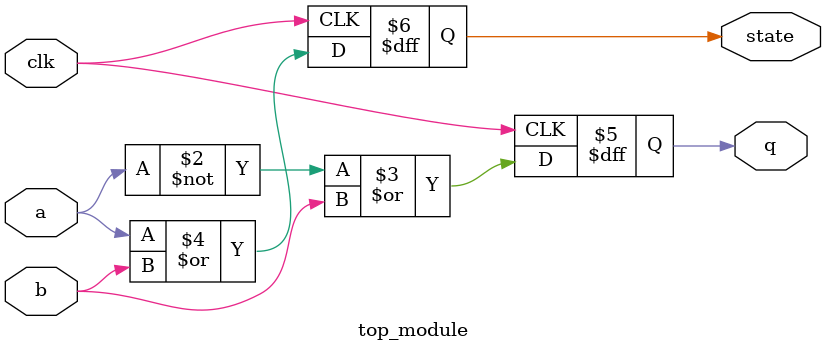
<source format=v>
module top_module (
    input clk,
    input a,
    input b,
    output reg q,
    output reg state  );

    always @(posedge clk) begin
        q <= ~a | b;
        state <= a | b;
    end

endmodule
</source>
